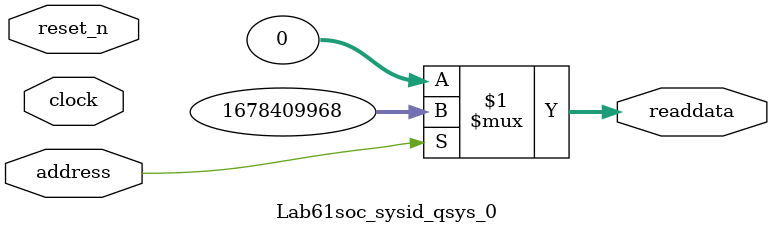
<source format=v>



// synthesis translate_off
`timescale 1ns / 1ps
// synthesis translate_on

// turn off superfluous verilog processor warnings 
// altera message_level Level1 
// altera message_off 10034 10035 10036 10037 10230 10240 10030 

module Lab61soc_sysid_qsys_0 (
               // inputs:
                address,
                clock,
                reset_n,

               // outputs:
                readdata
             )
;

  output  [ 31: 0] readdata;
  input            address;
  input            clock;
  input            reset_n;

  wire    [ 31: 0] readdata;
  //control_slave, which is an e_avalon_slave
  assign readdata = address ? 1678409968 : 0;

endmodule



</source>
